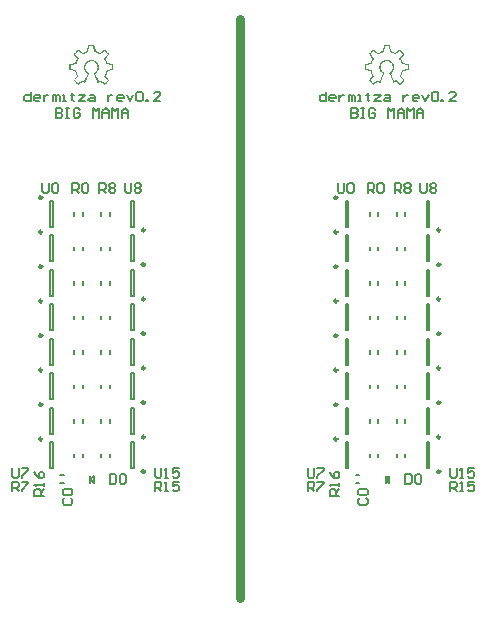
<source format=gto>
%FSLAX24Y24*%
%MOIN*%
G70*
G01*
G75*
%ADD10R,0.0433X0.0551*%
%ADD11R,0.0354X0.0276*%
%ADD12R,0.0335X0.0138*%
%ADD13R,0.0276X0.0354*%
%ADD14C,0.0100*%
%ADD15C,0.0300*%
%ADD16C,0.0250*%
%ADD17R,0.0591X0.0591*%
%ADD18C,0.0591*%
%ADD19C,0.1969*%
%ADD20C,0.0150*%
%ADD21C,0.0200*%
%ADD22C,0.0098*%
%ADD23C,0.0079*%
%ADD24C,0.0063*%
%ADD25C,0.0060*%
G36*
X15030Y48871D02*
X15032Y48868D01*
Y48866D01*
X15037Y48846D01*
Y48844D01*
X15040Y48839D01*
X15042Y48836D01*
Y48832D01*
X15069Y48678D01*
X15071Y48675D01*
X15074Y48673D01*
X15081Y48670D01*
X15201Y48617D01*
X15203D01*
X15206Y48614D01*
X15211D01*
X15218Y48617D01*
X15342Y48705D01*
X15345Y48707D01*
X15350Y48709D01*
X15352Y48712D01*
X15357Y48717D01*
X15369Y48724D01*
X15372Y48727D01*
X15374Y48729D01*
X15379D01*
X15384Y48724D01*
X15399Y48712D01*
X15408Y48700D01*
X15442Y48666D01*
X15457Y48653D01*
X15491Y48617D01*
X15503Y48607D01*
X15516Y48595D01*
X15518Y48590D01*
Y48585D01*
X15516Y48580D01*
X15506Y48565D01*
X15503Y48563D01*
X15501Y48558D01*
X15499Y48556D01*
X15496Y48551D01*
X15413Y48426D01*
X15411Y48424D01*
X15408Y48419D01*
Y48417D01*
Y48414D01*
X15464Y48285D01*
X15467Y48282D01*
X15472Y48280D01*
X15477Y48277D01*
X15623Y48248D01*
X15626D01*
X15633Y48246D01*
X15640D01*
X15655Y48241D01*
X15660D01*
X15662Y48238D01*
X15665Y48233D01*
Y48214D01*
Y48197D01*
Y48146D01*
Y48131D01*
Y48080D01*
Y48065D01*
Y48046D01*
Y48043D01*
X15660Y48041D01*
X15655Y48038D01*
X15640Y48033D01*
X15638D01*
X15633Y48031D01*
X15630D01*
X15626Y48028D01*
X15479Y48006D01*
X15477Y48004D01*
X15474Y47999D01*
Y47997D01*
X15472Y47994D01*
X15416Y47858D01*
X15413Y47853D01*
Y47850D01*
X15416Y47845D01*
X15496Y47728D01*
X15499Y47726D01*
X15501Y47718D01*
X15503Y47716D01*
X15506Y47711D01*
X15516Y47699D01*
X15518Y47696D01*
Y47692D01*
Y47689D01*
X15516Y47687D01*
X15503Y47672D01*
X15491Y47665D01*
X15455Y47626D01*
X15442Y47613D01*
X15408Y47579D01*
X15399Y47567D01*
X15384Y47555D01*
X15381Y47552D01*
X15377D01*
X15369Y47555D01*
X15357Y47562D01*
X15355Y47565D01*
X15350Y47570D01*
X15347Y47572D01*
X15342Y47574D01*
X15228Y47653D01*
X15225Y47655D01*
X15220D01*
X15215Y47653D01*
X15193Y47640D01*
X15191Y47638D01*
X15186Y47635D01*
X15184D01*
X15176Y47633D01*
X15154Y47618D01*
X15145D01*
X15142Y47621D01*
X15130Y47650D01*
Y47653D01*
X15128Y47657D01*
Y47660D01*
Y47665D01*
X15025Y47904D01*
Y47906D01*
X15023Y47911D01*
Y47914D01*
X15020Y47921D01*
X15013Y47936D01*
Y47938D01*
X15010Y47943D01*
X15013Y47945D01*
X15015Y47948D01*
X15032Y47958D01*
X15040Y47967D01*
X15042Y47970D01*
X15047Y47972D01*
X15054Y47977D01*
X15064Y47987D01*
X15086Y48009D01*
X15108Y48038D01*
X15110Y48041D01*
X15113Y48046D01*
X15118Y48055D01*
X15123Y48067D01*
X15128Y48082D01*
X15130Y48099D01*
X15135Y48119D01*
Y48138D01*
Y48141D01*
Y48146D01*
Y48153D01*
X15132Y48163D01*
X15128Y48190D01*
X15118Y48216D01*
Y48219D01*
X15115Y48224D01*
X15113Y48231D01*
X15108Y48238D01*
X15093Y48260D01*
X15074Y48282D01*
Y48285D01*
X15069Y48287D01*
X15057Y48299D01*
X15035Y48314D01*
X15010Y48326D01*
X15008D01*
X15003Y48329D01*
X14996Y48331D01*
X14986Y48336D01*
X14962Y48341D01*
X14932Y48343D01*
X14918D01*
X14905Y48341D01*
X14881Y48336D01*
X14852Y48326D01*
X14849D01*
X14847Y48324D01*
X14830Y48316D01*
X14808Y48302D01*
X14786Y48282D01*
X14781Y48277D01*
X14771Y48265D01*
X14757Y48243D01*
X14744Y48216D01*
Y48214D01*
X14742Y48209D01*
X14739Y48202D01*
X14737Y48192D01*
X14732Y48168D01*
X14730Y48138D01*
Y48136D01*
Y48129D01*
X14732Y48119D01*
Y48104D01*
X14739Y48072D01*
X14754Y48038D01*
X14757Y48036D01*
X14759Y48031D01*
X14764Y48024D01*
X14774Y48014D01*
X14793Y47989D01*
X14822Y47967D01*
X14825Y47965D01*
X14827Y47963D01*
X14830Y47960D01*
X14835Y47958D01*
X14849Y47948D01*
X14852D01*
Y47943D01*
X14854Y47941D01*
Y47936D01*
X14847Y47921D01*
X14844Y47919D01*
X14840Y47911D01*
Y47909D01*
X14837Y47904D01*
X14739Y47665D01*
X14737Y47662D01*
X14735Y47657D01*
Y47655D01*
X14732Y47650D01*
X14725Y47621D01*
X14722D01*
X14717Y47618D01*
X14713D01*
X14688Y47633D01*
X14686D01*
X14681Y47635D01*
X14678Y47638D01*
X14674Y47640D01*
X14652Y47653D01*
X14649Y47655D01*
X14639D01*
X14634Y47653D01*
X14520Y47574D01*
X14517Y47572D01*
X14512Y47567D01*
X14505Y47562D01*
X14493Y47555D01*
X14488Y47552D01*
X14486D01*
X14481Y47555D01*
X14471Y47567D01*
X14459Y47579D01*
X14422Y47613D01*
X14410Y47626D01*
X14371Y47665D01*
X14359Y47672D01*
X14349Y47687D01*
Y47689D01*
X14346Y47692D01*
Y47694D01*
Y47696D01*
X14349Y47699D01*
X14359Y47711D01*
Y47714D01*
X14361Y47718D01*
X14364Y47721D01*
X14368Y47728D01*
X14451Y47845D01*
Y47858D01*
X14395Y47994D01*
X14393Y47997D01*
X14388Y47999D01*
X14386Y48002D01*
X14383Y48006D01*
X14244Y48028D01*
X14241Y48031D01*
X14234D01*
X14232Y48033D01*
X14227D01*
X14207Y48038D01*
X14205D01*
X14202Y48041D01*
X14200Y48046D01*
Y48065D01*
Y48080D01*
Y48131D01*
Y48146D01*
Y48197D01*
Y48214D01*
Y48233D01*
Y48236D01*
Y48238D01*
X14202Y48241D01*
X14207D01*
X14227Y48246D01*
X14237D01*
X14241Y48248D01*
X14388Y48277D01*
X14393D01*
X14395Y48280D01*
X14398Y48285D01*
X14454Y48414D01*
Y48417D01*
Y48419D01*
Y48421D01*
Y48426D01*
X14366Y48551D01*
X14364Y48553D01*
X14361Y48558D01*
Y48561D01*
X14359Y48565D01*
X14346Y48580D01*
Y48583D01*
X14344Y48585D01*
X14346Y48587D01*
Y48595D01*
X14359Y48607D01*
X14371Y48617D01*
X14410Y48653D01*
X14422Y48666D01*
X14456Y48700D01*
X14469Y48712D01*
X14481Y48724D01*
X14483Y48727D01*
X14488D01*
X14493Y48724D01*
X14505Y48717D01*
X14508D01*
X14510Y48712D01*
X14520Y48705D01*
X14649Y48617D01*
X14652Y48614D01*
X14656D01*
X14661Y48617D01*
X14786Y48670D01*
X14791D01*
X14793Y48673D01*
Y48678D01*
X14825Y48832D01*
Y48846D01*
X14830Y48866D01*
Y48868D01*
X14832Y48871D01*
X14835Y48873D01*
X14837Y48875D01*
X15028D01*
X15030Y48871D01*
D02*
G37*
G36*
X24873D02*
X24876Y48868D01*
Y48866D01*
X24881Y48846D01*
Y48844D01*
X24883Y48839D01*
X24885Y48836D01*
Y48832D01*
X24912Y48678D01*
X24915Y48675D01*
X24917Y48673D01*
X24925Y48670D01*
X25044Y48617D01*
X25047D01*
X25049Y48614D01*
X25054D01*
X25061Y48617D01*
X25186Y48705D01*
X25188Y48707D01*
X25193Y48709D01*
X25195Y48712D01*
X25200Y48717D01*
X25213Y48724D01*
X25215Y48727D01*
X25217Y48729D01*
X25222D01*
X25227Y48724D01*
X25242Y48712D01*
X25252Y48700D01*
X25286Y48666D01*
X25300Y48653D01*
X25335Y48617D01*
X25347Y48607D01*
X25359Y48595D01*
X25361Y48590D01*
Y48585D01*
X25359Y48580D01*
X25349Y48565D01*
X25347Y48563D01*
X25344Y48558D01*
X25342Y48556D01*
X25339Y48551D01*
X25256Y48426D01*
X25254Y48424D01*
X25252Y48419D01*
Y48417D01*
Y48414D01*
X25308Y48285D01*
X25310Y48282D01*
X25315Y48280D01*
X25320Y48277D01*
X25466Y48248D01*
X25469D01*
X25476Y48246D01*
X25484D01*
X25498Y48241D01*
X25503D01*
X25505Y48238D01*
X25508Y48233D01*
Y48214D01*
Y48197D01*
Y48146D01*
Y48131D01*
Y48080D01*
Y48065D01*
Y48046D01*
Y48043D01*
X25503Y48041D01*
X25498Y48038D01*
X25484Y48033D01*
X25481D01*
X25476Y48031D01*
X25474D01*
X25469Y48028D01*
X25322Y48006D01*
X25320Y48004D01*
X25318Y47999D01*
Y47997D01*
X25315Y47994D01*
X25259Y47858D01*
X25256Y47853D01*
Y47850D01*
X25259Y47845D01*
X25339Y47728D01*
X25342Y47726D01*
X25344Y47718D01*
X25347Y47716D01*
X25349Y47711D01*
X25359Y47699D01*
X25361Y47696D01*
Y47692D01*
Y47689D01*
X25359Y47687D01*
X25347Y47672D01*
X25335Y47665D01*
X25298Y47626D01*
X25286Y47613D01*
X25252Y47579D01*
X25242Y47567D01*
X25227Y47555D01*
X25225Y47552D01*
X25220D01*
X25213Y47555D01*
X25200Y47562D01*
X25198Y47565D01*
X25193Y47570D01*
X25191Y47572D01*
X25186Y47574D01*
X25071Y47653D01*
X25069Y47655D01*
X25064D01*
X25059Y47653D01*
X25037Y47640D01*
X25034Y47638D01*
X25029Y47635D01*
X25027D01*
X25020Y47633D01*
X24998Y47618D01*
X24988D01*
X24986Y47621D01*
X24973Y47650D01*
Y47653D01*
X24971Y47657D01*
Y47660D01*
Y47665D01*
X24868Y47904D01*
Y47906D01*
X24866Y47911D01*
Y47914D01*
X24863Y47921D01*
X24856Y47936D01*
Y47938D01*
X24854Y47943D01*
X24856Y47945D01*
X24859Y47948D01*
X24876Y47958D01*
X24883Y47967D01*
X24885Y47970D01*
X24890Y47972D01*
X24898Y47977D01*
X24907Y47987D01*
X24929Y48009D01*
X24951Y48038D01*
X24954Y48041D01*
X24956Y48046D01*
X24961Y48055D01*
X24966Y48067D01*
X24971Y48082D01*
X24973Y48099D01*
X24978Y48119D01*
Y48138D01*
Y48141D01*
Y48146D01*
Y48153D01*
X24976Y48163D01*
X24971Y48190D01*
X24961Y48216D01*
Y48219D01*
X24959Y48224D01*
X24956Y48231D01*
X24951Y48238D01*
X24937Y48260D01*
X24917Y48282D01*
Y48285D01*
X24912Y48287D01*
X24900Y48299D01*
X24878Y48314D01*
X24854Y48326D01*
X24851D01*
X24846Y48329D01*
X24839Y48331D01*
X24829Y48336D01*
X24805Y48341D01*
X24776Y48343D01*
X24761D01*
X24749Y48341D01*
X24724Y48336D01*
X24695Y48326D01*
X24693D01*
X24690Y48324D01*
X24673Y48316D01*
X24651Y48302D01*
X24629Y48282D01*
X24624Y48277D01*
X24615Y48265D01*
X24600Y48243D01*
X24588Y48216D01*
Y48214D01*
X24585Y48209D01*
X24583Y48202D01*
X24580Y48192D01*
X24575Y48168D01*
X24573Y48138D01*
Y48136D01*
Y48129D01*
X24575Y48119D01*
Y48104D01*
X24583Y48072D01*
X24597Y48038D01*
X24600Y48036D01*
X24602Y48031D01*
X24607Y48024D01*
X24617Y48014D01*
X24636Y47989D01*
X24666Y47967D01*
X24668Y47965D01*
X24671Y47963D01*
X24673Y47960D01*
X24678Y47958D01*
X24693Y47948D01*
X24695D01*
Y47943D01*
X24697Y47941D01*
Y47936D01*
X24690Y47921D01*
X24688Y47919D01*
X24683Y47911D01*
Y47909D01*
X24680Y47904D01*
X24583Y47665D01*
X24580Y47662D01*
X24578Y47657D01*
Y47655D01*
X24575Y47650D01*
X24568Y47621D01*
X24566D01*
X24561Y47618D01*
X24556D01*
X24532Y47633D01*
X24529D01*
X24524Y47635D01*
X24522Y47638D01*
X24517Y47640D01*
X24495Y47653D01*
X24492Y47655D01*
X24483D01*
X24478Y47653D01*
X24363Y47574D01*
X24361Y47572D01*
X24356Y47567D01*
X24348Y47562D01*
X24336Y47555D01*
X24331Y47552D01*
X24329D01*
X24324Y47555D01*
X24314Y47567D01*
X24302Y47579D01*
X24265Y47613D01*
X24253Y47626D01*
X24214Y47665D01*
X24202Y47672D01*
X24192Y47687D01*
Y47689D01*
X24190Y47692D01*
Y47694D01*
Y47696D01*
X24192Y47699D01*
X24202Y47711D01*
Y47714D01*
X24204Y47718D01*
X24207Y47721D01*
X24212Y47728D01*
X24295Y47845D01*
Y47858D01*
X24239Y47994D01*
X24236Y47997D01*
X24231Y47999D01*
X24229Y48002D01*
X24226Y48006D01*
X24087Y48028D01*
X24085Y48031D01*
X24077D01*
X24075Y48033D01*
X24070D01*
X24051Y48038D01*
X24048D01*
X24046Y48041D01*
X24043Y48046D01*
Y48065D01*
Y48080D01*
Y48131D01*
Y48146D01*
Y48197D01*
Y48214D01*
Y48233D01*
Y48236D01*
Y48238D01*
X24046Y48241D01*
X24051D01*
X24070Y48246D01*
X24080D01*
X24085Y48248D01*
X24231Y48277D01*
X24236D01*
X24239Y48280D01*
X24241Y48285D01*
X24297Y48414D01*
Y48417D01*
Y48419D01*
Y48421D01*
Y48426D01*
X24209Y48551D01*
X24207Y48553D01*
X24204Y48558D01*
Y48561D01*
X24202Y48565D01*
X24190Y48580D01*
Y48583D01*
X24187Y48585D01*
X24190Y48587D01*
Y48595D01*
X24202Y48607D01*
X24214Y48617D01*
X24253Y48653D01*
X24265Y48666D01*
X24300Y48700D01*
X24312Y48712D01*
X24324Y48724D01*
X24326Y48727D01*
X24331D01*
X24336Y48724D01*
X24348Y48717D01*
X24351D01*
X24353Y48712D01*
X24363Y48705D01*
X24492Y48617D01*
X24495Y48614D01*
X24500D01*
X24505Y48617D01*
X24629Y48670D01*
X24634D01*
X24636Y48673D01*
Y48678D01*
X24668Y48832D01*
Y48846D01*
X24673Y48866D01*
Y48868D01*
X24676Y48871D01*
X24678Y48873D01*
X24680Y48875D01*
X24871D01*
X24873Y48871D01*
D02*
G37*
%LPC*%
G36*
X14998Y48836D02*
X14864D01*
X14830Y48639D01*
X14827D01*
X14822Y48636D01*
X14813Y48634D01*
X14800Y48631D01*
X14771Y48622D01*
X14737Y48609D01*
X14735D01*
X14730Y48607D01*
X14720Y48602D01*
X14710Y48597D01*
X14683Y48583D01*
X14654Y48565D01*
X14488Y48678D01*
X14442Y48631D01*
X14395Y48583D01*
X14505Y48421D01*
Y48419D01*
X14500Y48414D01*
X14495Y48407D01*
X14490Y48395D01*
X14473Y48368D01*
X14459Y48336D01*
Y48334D01*
X14456Y48329D01*
X14451Y48319D01*
X14449Y48307D01*
X14439Y48277D01*
X14429Y48241D01*
X14244Y48207D01*
Y48138D01*
Y48072D01*
X14425Y48038D01*
Y48036D01*
X14427Y48028D01*
X14429Y48019D01*
X14432Y48006D01*
X14442Y47975D01*
X14454Y47938D01*
Y47936D01*
X14456Y47931D01*
X14461Y47921D01*
X14466Y47909D01*
X14481Y47880D01*
X14500Y47850D01*
X14395Y47696D01*
X14442Y47650D01*
X14488Y47601D01*
X14642Y47704D01*
X14647Y47701D01*
X14659Y47692D01*
X14676Y47682D01*
X14696Y47672D01*
X14803Y47926D01*
X14800Y47928D01*
X14793Y47933D01*
X14783Y47941D01*
X14771Y47950D01*
X14759Y47963D01*
X14744Y47977D01*
X14717Y48014D01*
X14715Y48016D01*
X14713Y48024D01*
X14708Y48036D01*
X14703Y48050D01*
X14696Y48070D01*
X14691Y48089D01*
X14688Y48114D01*
X14686Y48138D01*
Y48141D01*
Y48148D01*
Y48158D01*
X14688Y48170D01*
X14693Y48199D01*
X14703Y48233D01*
Y48236D01*
X14708Y48241D01*
X14710Y48251D01*
X14717Y48260D01*
X14735Y48287D01*
X14757Y48312D01*
X14759Y48314D01*
X14764Y48316D01*
X14769Y48324D01*
X14779Y48331D01*
X14803Y48348D01*
X14835Y48365D01*
X14837D01*
X14842Y48368D01*
X14852Y48373D01*
X14864Y48377D01*
X14896Y48385D01*
X14932Y48387D01*
X14949D01*
X14962Y48385D01*
X14993Y48377D01*
X15025Y48365D01*
X15028D01*
X15032Y48363D01*
X15042Y48358D01*
X15052Y48351D01*
X15079Y48334D01*
X15106Y48312D01*
X15108Y48309D01*
X15110Y48307D01*
X15118Y48299D01*
X15125Y48290D01*
X15142Y48265D01*
X15159Y48233D01*
Y48231D01*
X15162Y48226D01*
X15167Y48216D01*
X15169Y48204D01*
X15176Y48175D01*
X15179Y48138D01*
Y48136D01*
Y48126D01*
X15176Y48114D01*
X15174Y48097D01*
X15172Y48077D01*
X15164Y48058D01*
X15157Y48036D01*
X15145Y48014D01*
X15142Y48011D01*
X15140Y48004D01*
X15132Y47994D01*
X15123Y47982D01*
X15110Y47970D01*
X15096Y47955D01*
X15059Y47926D01*
X15167Y47672D01*
X15169Y47674D01*
X15176Y47677D01*
X15186Y47682D01*
X15196Y47687D01*
X15198Y47689D01*
X15206Y47692D01*
X15215Y47696D01*
X15225Y47704D01*
X15374Y47601D01*
X15421Y47650D01*
X15467Y47696D01*
X15362Y47850D01*
X15364Y47853D01*
X15367Y47858D01*
X15372Y47865D01*
X15379Y47877D01*
X15394Y47904D01*
X15408Y47938D01*
Y47941D01*
X15411Y47945D01*
X15416Y47955D01*
X15421Y47970D01*
X15428Y48002D01*
X15438Y48038D01*
X15626Y48072D01*
Y48138D01*
Y48207D01*
X15438Y48241D01*
Y48243D01*
X15435Y48251D01*
X15433Y48260D01*
X15428Y48273D01*
X15418Y48302D01*
X15403Y48336D01*
Y48338D01*
X15401Y48343D01*
X15396Y48353D01*
X15391Y48363D01*
X15377Y48390D01*
X15357Y48421D01*
X15467Y48583D01*
X15421Y48631D01*
X15374Y48678D01*
X15213Y48565D01*
X15211D01*
X15206Y48570D01*
X15198Y48575D01*
X15186Y48580D01*
X15159Y48595D01*
X15128Y48609D01*
X15125D01*
X15120Y48612D01*
X15110Y48617D01*
X15098Y48622D01*
X15069Y48629D01*
X15032Y48639D01*
X14998Y48836D01*
D02*
G37*
G36*
X24842D02*
X24707D01*
X24673Y48639D01*
X24671D01*
X24666Y48636D01*
X24656Y48634D01*
X24644Y48631D01*
X24615Y48622D01*
X24580Y48609D01*
X24578D01*
X24573Y48607D01*
X24563Y48602D01*
X24553Y48597D01*
X24527Y48583D01*
X24497Y48565D01*
X24331Y48678D01*
X24285Y48631D01*
X24239Y48583D01*
X24348Y48421D01*
Y48419D01*
X24344Y48414D01*
X24339Y48407D01*
X24334Y48395D01*
X24317Y48368D01*
X24302Y48336D01*
Y48334D01*
X24300Y48329D01*
X24295Y48319D01*
X24292Y48307D01*
X24283Y48277D01*
X24273Y48241D01*
X24087Y48207D01*
Y48138D01*
Y48072D01*
X24268Y48038D01*
Y48036D01*
X24270Y48028D01*
X24273Y48019D01*
X24275Y48006D01*
X24285Y47975D01*
X24297Y47938D01*
Y47936D01*
X24300Y47931D01*
X24304Y47921D01*
X24309Y47909D01*
X24324Y47880D01*
X24344Y47850D01*
X24239Y47696D01*
X24285Y47650D01*
X24331Y47601D01*
X24485Y47704D01*
X24490Y47701D01*
X24502Y47692D01*
X24519Y47682D01*
X24539Y47672D01*
X24646Y47926D01*
X24644Y47928D01*
X24636Y47933D01*
X24627Y47941D01*
X24615Y47950D01*
X24602Y47963D01*
X24588Y47977D01*
X24561Y48014D01*
X24558Y48016D01*
X24556Y48024D01*
X24551Y48036D01*
X24546Y48050D01*
X24539Y48070D01*
X24534Y48089D01*
X24532Y48114D01*
X24529Y48138D01*
Y48141D01*
Y48148D01*
Y48158D01*
X24532Y48170D01*
X24536Y48199D01*
X24546Y48233D01*
Y48236D01*
X24551Y48241D01*
X24553Y48251D01*
X24561Y48260D01*
X24578Y48287D01*
X24600Y48312D01*
X24602Y48314D01*
X24607Y48316D01*
X24612Y48324D01*
X24622Y48331D01*
X24646Y48348D01*
X24678Y48365D01*
X24680D01*
X24685Y48368D01*
X24695Y48373D01*
X24707Y48377D01*
X24739Y48385D01*
X24776Y48387D01*
X24793D01*
X24805Y48385D01*
X24837Y48377D01*
X24868Y48365D01*
X24871D01*
X24876Y48363D01*
X24885Y48358D01*
X24895Y48351D01*
X24922Y48334D01*
X24949Y48312D01*
X24951Y48309D01*
X24954Y48307D01*
X24961Y48299D01*
X24968Y48290D01*
X24986Y48265D01*
X25003Y48233D01*
Y48231D01*
X25005Y48226D01*
X25010Y48216D01*
X25012Y48204D01*
X25020Y48175D01*
X25022Y48138D01*
Y48136D01*
Y48126D01*
X25020Y48114D01*
X25017Y48097D01*
X25015Y48077D01*
X25008Y48058D01*
X25000Y48036D01*
X24988Y48014D01*
X24986Y48011D01*
X24983Y48004D01*
X24976Y47994D01*
X24966Y47982D01*
X24954Y47970D01*
X24939Y47955D01*
X24903Y47926D01*
X25010Y47672D01*
X25012Y47674D01*
X25020Y47677D01*
X25029Y47682D01*
X25039Y47687D01*
X25042Y47689D01*
X25049Y47692D01*
X25059Y47696D01*
X25069Y47704D01*
X25217Y47601D01*
X25264Y47650D01*
X25310Y47696D01*
X25205Y47850D01*
X25208Y47853D01*
X25210Y47858D01*
X25215Y47865D01*
X25222Y47877D01*
X25237Y47904D01*
X25252Y47938D01*
Y47941D01*
X25254Y47945D01*
X25259Y47955D01*
X25264Y47970D01*
X25271Y48002D01*
X25281Y48038D01*
X25469Y48072D01*
Y48138D01*
Y48207D01*
X25281Y48241D01*
Y48243D01*
X25278Y48251D01*
X25276Y48260D01*
X25271Y48273D01*
X25261Y48302D01*
X25247Y48336D01*
Y48338D01*
X25244Y48343D01*
X25239Y48353D01*
X25235Y48363D01*
X25220Y48390D01*
X25200Y48421D01*
X25310Y48583D01*
X25264Y48631D01*
X25217Y48678D01*
X25056Y48565D01*
X25054D01*
X25049Y48570D01*
X25042Y48575D01*
X25029Y48580D01*
X25003Y48595D01*
X24971Y48609D01*
X24968D01*
X24964Y48612D01*
X24954Y48617D01*
X24942Y48622D01*
X24912Y48629D01*
X24876Y48639D01*
X24842Y48836D01*
D02*
G37*
%LPD*%
D15*
X19893Y30450D02*
Y49750D01*
D22*
X23128Y43791D02*
G03*
X23128Y43791I-49J0D01*
G01*
Y42641D02*
G03*
X23128Y42641I-49J0D01*
G01*
Y41491D02*
G03*
X23128Y41491I-49J0D01*
G01*
Y40341D02*
G03*
X23128Y40341I-49J0D01*
G01*
Y39191D02*
G03*
X23128Y39191I-49J0D01*
G01*
Y38041D02*
G03*
X23128Y38041I-49J0D01*
G01*
Y36891D02*
G03*
X23128Y36891I-49J0D01*
G01*
Y35741D02*
G03*
X23128Y35741I-49J0D01*
G01*
X26557Y42709D02*
G03*
X26557Y42709I-49J0D01*
G01*
Y41559D02*
G03*
X26557Y41559I-49J0D01*
G01*
Y40409D02*
G03*
X26557Y40409I-49J0D01*
G01*
Y39259D02*
G03*
X26557Y39259I-49J0D01*
G01*
Y38109D02*
G03*
X26557Y38109I-49J0D01*
G01*
Y36959D02*
G03*
X26557Y36959I-49J0D01*
G01*
Y35809D02*
G03*
X26557Y35809I-49J0D01*
G01*
Y34659D02*
G03*
X26557Y34659I-49J0D01*
G01*
X13285Y43791D02*
G03*
X13285Y43791I-49J0D01*
G01*
Y42641D02*
G03*
X13285Y42641I-49J0D01*
G01*
Y41491D02*
G03*
X13285Y41491I-49J0D01*
G01*
Y40341D02*
G03*
X13285Y40341I-49J0D01*
G01*
Y39191D02*
G03*
X13285Y39191I-49J0D01*
G01*
Y38041D02*
G03*
X13285Y38041I-49J0D01*
G01*
Y36891D02*
G03*
X13285Y36891I-49J0D01*
G01*
Y35741D02*
G03*
X13285Y35741I-49J0D01*
G01*
X16713Y42709D02*
G03*
X16713Y42709I-49J0D01*
G01*
Y41559D02*
G03*
X16713Y41559I-49J0D01*
G01*
Y40409D02*
G03*
X16713Y40409I-49J0D01*
G01*
Y39259D02*
G03*
X16713Y39259I-49J0D01*
G01*
Y38109D02*
G03*
X16713Y38109I-49J0D01*
G01*
Y36959D02*
G03*
X16713Y36959I-49J0D01*
G01*
Y35809D02*
G03*
X16713Y35809I-49J0D01*
G01*
Y34659D02*
G03*
X16713Y34659I-49J0D01*
G01*
D23*
X24481Y43191D02*
Y43309D01*
X24206Y43191D02*
Y43309D01*
X24481Y42041D02*
Y42159D01*
X24206Y42041D02*
Y42159D01*
X24481Y40891D02*
Y41009D01*
X24206Y40891D02*
Y41009D01*
X24481Y39741D02*
Y39859D01*
X24206Y39741D02*
Y39859D01*
X24481Y38591D02*
Y38709D01*
X24206Y38591D02*
Y38709D01*
X24481Y37441D02*
Y37559D01*
X24206Y37441D02*
Y37559D01*
X24481Y36291D02*
Y36409D01*
X24206Y36291D02*
Y36409D01*
X24481Y35141D02*
Y35259D01*
X24206Y35141D02*
Y35259D01*
X25106Y43191D02*
Y43309D01*
X25381Y43191D02*
Y43309D01*
X25106Y42041D02*
Y42159D01*
X25381Y42041D02*
Y42159D01*
X25106Y40891D02*
Y41009D01*
X25381Y40891D02*
Y41009D01*
X25106Y39741D02*
Y39859D01*
X25381Y39741D02*
Y39859D01*
X25106Y38591D02*
Y38709D01*
X25381Y38591D02*
Y38709D01*
X25106Y37441D02*
Y37559D01*
X25381Y37441D02*
Y37559D01*
X25106Y36291D02*
Y36409D01*
X25381Y36291D02*
Y36409D01*
X25106Y35141D02*
Y35259D01*
X25381Y35141D02*
Y35259D01*
X23404Y43683D02*
X23483D01*
X23404Y42817D02*
X23483D01*
X23404D02*
Y43683D01*
X23483Y42817D02*
Y43683D01*
X23404Y42533D02*
X23483D01*
X23404Y41667D02*
X23483D01*
X23404D02*
Y42533D01*
X23483Y41667D02*
Y42533D01*
X23404Y41383D02*
X23483D01*
X23404Y40517D02*
X23483D01*
X23404D02*
Y41383D01*
X23483Y40517D02*
Y41383D01*
X23404Y40233D02*
X23483D01*
X23404Y39367D02*
X23483D01*
X23404D02*
Y40233D01*
X23483Y39367D02*
Y40233D01*
X23404Y39083D02*
X23483D01*
X23404Y38217D02*
X23483D01*
X23404D02*
Y39083D01*
X23483Y38217D02*
Y39083D01*
X23404Y37933D02*
X23483D01*
X23404Y37067D02*
X23483D01*
X23404D02*
Y37933D01*
X23483Y37067D02*
Y37933D01*
X23404Y36783D02*
X23483D01*
X23404Y35917D02*
X23483D01*
X23404D02*
Y36783D01*
X23483Y35917D02*
Y36783D01*
X23404Y35633D02*
X23483D01*
X23404Y34767D02*
X23483D01*
X23404D02*
Y35633D01*
X23483Y34767D02*
Y35633D01*
X26104Y42817D02*
X26183D01*
X26104Y43683D02*
X26183D01*
Y42817D02*
Y43683D01*
X26104Y42817D02*
Y43683D01*
Y41667D02*
X26183D01*
X26104Y42533D02*
X26183D01*
Y41667D02*
Y42533D01*
X26104Y41667D02*
Y42533D01*
Y40517D02*
X26183D01*
X26104Y41383D02*
X26183D01*
Y40517D02*
Y41383D01*
X26104Y40517D02*
Y41383D01*
Y39367D02*
X26183D01*
X26104Y40233D02*
X26183D01*
Y39367D02*
Y40233D01*
X26104Y39367D02*
Y40233D01*
Y38217D02*
X26183D01*
X26104Y39083D02*
X26183D01*
Y38217D02*
Y39083D01*
X26104Y38217D02*
Y39083D01*
Y37067D02*
X26183D01*
X26104Y37933D02*
X26183D01*
Y37067D02*
Y37933D01*
X26104Y37067D02*
Y37933D01*
Y35917D02*
X26183D01*
X26104Y36783D02*
X26183D01*
Y35917D02*
Y36783D01*
X26104Y35917D02*
Y36783D01*
Y34767D02*
X26183D01*
X26104Y35633D02*
X26183D01*
Y34767D02*
Y35633D01*
X26104Y34767D02*
Y35633D01*
X23734Y34262D02*
X23852D01*
X23734Y34538D02*
X23852D01*
X14638Y43191D02*
Y43309D01*
X14362Y43191D02*
Y43309D01*
X14638Y42041D02*
Y42159D01*
X14362Y42041D02*
Y42159D01*
X14638Y40891D02*
Y41009D01*
X14362Y40891D02*
Y41009D01*
X14638Y39741D02*
Y39859D01*
X14362Y39741D02*
Y39859D01*
X14638Y38591D02*
Y38709D01*
X14362Y38591D02*
Y38709D01*
X14638Y37441D02*
Y37559D01*
X14362Y37441D02*
Y37559D01*
X14638Y36291D02*
Y36409D01*
X14362Y36291D02*
Y36409D01*
X14638Y35141D02*
Y35259D01*
X14362Y35141D02*
Y35259D01*
X15262Y43191D02*
Y43309D01*
X15538Y43191D02*
Y43309D01*
X15262Y42041D02*
Y42159D01*
X15538Y42041D02*
Y42159D01*
X15262Y40891D02*
Y41009D01*
X15538Y40891D02*
Y41009D01*
X15262Y39741D02*
Y39859D01*
X15538Y39741D02*
Y39859D01*
X15262Y38591D02*
Y38709D01*
X15538Y38591D02*
Y38709D01*
X15262Y37441D02*
Y37559D01*
X15538Y37441D02*
Y37559D01*
X15262Y36291D02*
Y36409D01*
X15538Y36291D02*
Y36409D01*
X15262Y35141D02*
Y35259D01*
X15538Y35141D02*
Y35259D01*
X13561Y43683D02*
X13639D01*
X13561Y42817D02*
X13639D01*
X13561D02*
Y43683D01*
X13639Y42817D02*
Y43683D01*
X13561Y42533D02*
X13639D01*
X13561Y41667D02*
X13639D01*
X13561D02*
Y42533D01*
X13639Y41667D02*
Y42533D01*
X13561Y41383D02*
X13639D01*
X13561Y40517D02*
X13639D01*
X13561D02*
Y41383D01*
X13639Y40517D02*
Y41383D01*
X13561Y40233D02*
X13639D01*
X13561Y39367D02*
X13639D01*
X13561D02*
Y40233D01*
X13639Y39367D02*
Y40233D01*
X13561Y39083D02*
X13639D01*
X13561Y38217D02*
X13639D01*
X13561D02*
Y39083D01*
X13639Y38217D02*
Y39083D01*
X13561Y37933D02*
X13639D01*
X13561Y37067D02*
X13639D01*
X13561D02*
Y37933D01*
X13639Y37067D02*
Y37933D01*
X13561Y36783D02*
X13639D01*
X13561Y35917D02*
X13639D01*
X13561D02*
Y36783D01*
X13639Y35917D02*
Y36783D01*
X13561Y35633D02*
X13639D01*
X13561Y34767D02*
X13639D01*
X13561D02*
Y35633D01*
X13639Y34767D02*
Y35633D01*
X16261Y42817D02*
X16339D01*
X16261Y43683D02*
X16339D01*
Y42817D02*
Y43683D01*
X16261Y42817D02*
Y43683D01*
Y41667D02*
X16339D01*
X16261Y42533D02*
X16339D01*
Y41667D02*
Y42533D01*
X16261Y41667D02*
Y42533D01*
Y40517D02*
X16339D01*
X16261Y41383D02*
X16339D01*
Y40517D02*
Y41383D01*
X16261Y40517D02*
Y41383D01*
Y39367D02*
X16339D01*
X16261Y40233D02*
X16339D01*
Y39367D02*
Y40233D01*
X16261Y39367D02*
Y40233D01*
Y38217D02*
X16339D01*
X16261Y39083D02*
X16339D01*
Y38217D02*
Y39083D01*
X16261Y38217D02*
Y39083D01*
Y37067D02*
X16339D01*
X16261Y37933D02*
X16339D01*
Y37067D02*
Y37933D01*
X16261Y37067D02*
Y37933D01*
Y35917D02*
X16339D01*
X16261Y36783D02*
X16339D01*
Y35917D02*
Y36783D01*
X16261Y35917D02*
Y36783D01*
Y34767D02*
X16339D01*
X16261Y35633D02*
X16339D01*
Y34767D02*
Y35633D01*
X16261Y34767D02*
Y35633D01*
X13891Y34262D02*
X14009D01*
X13891Y34538D02*
X14009D01*
D24*
X24734Y34400D02*
X24852Y34518D01*
X24734Y34400D02*
X24852Y34282D01*
Y34518D01*
X24734Y34282D02*
Y34518D01*
X14891Y34400D02*
X15009Y34518D01*
X14891Y34400D02*
X15009Y34282D01*
Y34518D01*
X14891Y34282D02*
Y34518D01*
D25*
X23877Y33763D02*
X23823Y33710D01*
Y33603D01*
X23877Y33550D01*
X24090D01*
X24143Y33603D01*
Y33710D01*
X24090Y33763D01*
X23877Y33870D02*
X23823Y33923D01*
Y34030D01*
X23877Y34083D01*
X24090D01*
X24143Y34030D01*
Y33923D01*
X24090Y33870D01*
X23877D01*
X24143Y43950D02*
Y44270D01*
X24303D01*
X24357Y44217D01*
Y44110D01*
X24303Y44057D01*
X24143D01*
X24250D02*
X24357Y43950D01*
X24463Y44217D02*
X24517Y44270D01*
X24623D01*
X24676Y44217D01*
Y44003D01*
X24623Y43950D01*
X24517D01*
X24463Y44003D01*
Y44217D01*
X22143Y34000D02*
Y34320D01*
X22303D01*
X22357Y34267D01*
Y34160D01*
X22303Y34107D01*
X22143D01*
X22250D02*
X22357Y34000D01*
X22463Y34320D02*
X22676D01*
Y34267D01*
X22463Y34053D01*
Y34000D01*
X25043Y43950D02*
Y44270D01*
X25203D01*
X25257Y44217D01*
Y44110D01*
X25203Y44057D01*
X25043D01*
X25150D02*
X25257Y43950D01*
X25363Y44217D02*
X25417Y44270D01*
X25523D01*
X25576Y44217D01*
Y44163D01*
X25523Y44110D01*
X25576Y44057D01*
Y44003D01*
X25523Y43950D01*
X25417D01*
X25363Y44003D01*
Y44057D01*
X25417Y44110D01*
X25363Y44163D01*
Y44217D01*
X25417Y44110D02*
X25523D01*
X26893Y34000D02*
Y34320D01*
X27053D01*
X27107Y34267D01*
Y34160D01*
X27053Y34107D01*
X26893D01*
X27000D02*
X27107Y34000D01*
X27213D02*
X27320D01*
X27267D01*
Y34320D01*
X27213Y34267D01*
X27693Y34320D02*
X27480D01*
Y34160D01*
X27586Y34213D01*
X27640D01*
X27693Y34160D01*
Y34053D01*
X27640Y34000D01*
X27533D01*
X27480Y34053D01*
X23143Y44270D02*
Y44003D01*
X23197Y43950D01*
X23303D01*
X23357Y44003D01*
Y44270D01*
X23463Y44217D02*
X23517Y44270D01*
X23623D01*
X23676Y44217D01*
Y44003D01*
X23623Y43950D01*
X23517D01*
X23463Y44003D01*
Y44217D01*
X22143Y34770D02*
Y34503D01*
X22197Y34450D01*
X22303D01*
X22357Y34503D01*
Y34770D01*
X22463D02*
X22676D01*
Y34717D01*
X22463Y34503D01*
Y34450D01*
X25893Y44270D02*
Y44003D01*
X25947Y43950D01*
X26053D01*
X26107Y44003D01*
Y44270D01*
X26213Y44217D02*
X26267Y44270D01*
X26373D01*
X26426Y44217D01*
Y44163D01*
X26373Y44110D01*
X26426Y44057D01*
Y44003D01*
X26373Y43950D01*
X26267D01*
X26213Y44003D01*
Y44057D01*
X26267Y44110D01*
X26213Y44163D01*
Y44217D01*
X26267Y44110D02*
X26373D01*
X26893Y34770D02*
Y34503D01*
X26947Y34450D01*
X27053D01*
X27107Y34503D01*
Y34770D01*
X27213Y34450D02*
X27320D01*
X27267D01*
Y34770D01*
X27213Y34717D01*
X27693Y34770D02*
X27480D01*
Y34610D01*
X27586Y34663D01*
X27640D01*
X27693Y34610D01*
Y34503D01*
X27640Y34450D01*
X27533D01*
X27480Y34503D01*
X25393Y34570D02*
Y34250D01*
X25553D01*
X25607Y34303D01*
Y34517D01*
X25553Y34570D01*
X25393D01*
X25713Y34517D02*
X25767Y34570D01*
X25873D01*
X25926Y34517D01*
Y34303D01*
X25873Y34250D01*
X25767D01*
X25713Y34303D01*
Y34517D01*
X23193Y33850D02*
X22873D01*
Y34010D01*
X22927Y34063D01*
X23033D01*
X23087Y34010D01*
Y33850D01*
Y33957D02*
X23193Y34063D01*
Y34170D02*
Y34277D01*
Y34223D01*
X22873D01*
X22927Y34170D01*
X22873Y34650D02*
X22927Y34543D01*
X23033Y34436D01*
X23140D01*
X23193Y34490D01*
Y34596D01*
X23140Y34650D01*
X23087D01*
X23033Y34596D01*
Y34436D01*
X22757Y47320D02*
Y47000D01*
X22597D01*
X22543Y47053D01*
Y47160D01*
X22597Y47213D01*
X22757D01*
X23023Y47000D02*
X22917D01*
X22863Y47053D01*
Y47160D01*
X22917Y47213D01*
X23023D01*
X23076Y47160D01*
Y47107D01*
X22863D01*
X23183Y47213D02*
Y47000D01*
Y47107D01*
X23236Y47160D01*
X23290Y47213D01*
X23343D01*
X23503Y47000D02*
Y47213D01*
X23556D01*
X23610Y47160D01*
Y47000D01*
Y47160D01*
X23663Y47213D01*
X23716Y47160D01*
Y47000D01*
X23823D02*
X23930D01*
X23876D01*
Y47213D01*
X23823D01*
X24143Y47267D02*
Y47213D01*
X24089D01*
X24196D01*
X24143D01*
Y47053D01*
X24196Y47000D01*
X24356Y47213D02*
X24569D01*
X24356Y47000D01*
X24569D01*
X24729Y47213D02*
X24836D01*
X24889Y47160D01*
Y47000D01*
X24729D01*
X24676Y47053D01*
X24729Y47107D01*
X24889D01*
X25316Y47213D02*
Y47000D01*
Y47107D01*
X25369Y47160D01*
X25422Y47213D01*
X25476D01*
X25796Y47000D02*
X25689D01*
X25636Y47053D01*
Y47160D01*
X25689Y47213D01*
X25796D01*
X25849Y47160D01*
Y47107D01*
X25636D01*
X25956Y47213D02*
X26062Y47000D01*
X26169Y47213D01*
X26275Y47267D02*
X26329Y47320D01*
X26435D01*
X26489Y47267D01*
Y47053D01*
X26435Y47000D01*
X26329D01*
X26275Y47053D01*
Y47267D01*
X26595Y47000D02*
Y47053D01*
X26649D01*
Y47000D01*
X26595D01*
X27075D02*
X26862D01*
X27075Y47213D01*
Y47267D01*
X27022Y47320D01*
X26915D01*
X26862Y47267D01*
X23593Y46770D02*
Y46450D01*
X23753D01*
X23807Y46503D01*
Y46557D01*
X23753Y46610D01*
X23593D01*
X23753D01*
X23807Y46663D01*
Y46717D01*
X23753Y46770D01*
X23593D01*
X23913D02*
X24020D01*
X23967D01*
Y46450D01*
X23913D01*
X24020D01*
X24393Y46717D02*
X24340Y46770D01*
X24233D01*
X24180Y46717D01*
Y46503D01*
X24233Y46450D01*
X24340D01*
X24393Y46503D01*
Y46610D01*
X24286D01*
X24820Y46450D02*
Y46770D01*
X24926Y46663D01*
X25033Y46770D01*
Y46450D01*
X25139D02*
Y46663D01*
X25246Y46770D01*
X25353Y46663D01*
Y46450D01*
Y46610D01*
X25139D01*
X25459Y46450D02*
Y46770D01*
X25566Y46663D01*
X25673Y46770D01*
Y46450D01*
X25779D02*
Y46663D01*
X25886Y46770D01*
X25993Y46663D01*
Y46450D01*
Y46610D01*
X25779D01*
X14033Y33763D02*
X13980Y33710D01*
Y33603D01*
X14033Y33550D01*
X14247D01*
X14300Y33603D01*
Y33710D01*
X14247Y33763D01*
X14033Y33870D02*
X13980Y33923D01*
Y34030D01*
X14033Y34083D01*
X14247D01*
X14300Y34030D01*
Y33923D01*
X14247Y33870D01*
X14033D01*
X14300Y43950D02*
Y44270D01*
X14460D01*
X14513Y44217D01*
Y44110D01*
X14460Y44057D01*
X14300D01*
X14407D02*
X14513Y43950D01*
X14620Y44217D02*
X14673Y44270D01*
X14780D01*
X14833Y44217D01*
Y44003D01*
X14780Y43950D01*
X14673D01*
X14620Y44003D01*
Y44217D01*
X12300Y34000D02*
Y34320D01*
X12460D01*
X12513Y34267D01*
Y34160D01*
X12460Y34107D01*
X12300D01*
X12407D02*
X12513Y34000D01*
X12620Y34320D02*
X12833D01*
Y34267D01*
X12620Y34053D01*
Y34000D01*
X15200Y43950D02*
Y44270D01*
X15360D01*
X15413Y44217D01*
Y44110D01*
X15360Y44057D01*
X15200D01*
X15307D02*
X15413Y43950D01*
X15520Y44217D02*
X15573Y44270D01*
X15680D01*
X15733Y44217D01*
Y44163D01*
X15680Y44110D01*
X15733Y44057D01*
Y44003D01*
X15680Y43950D01*
X15573D01*
X15520Y44003D01*
Y44057D01*
X15573Y44110D01*
X15520Y44163D01*
Y44217D01*
X15573Y44110D02*
X15680D01*
X17050Y34000D02*
Y34320D01*
X17210D01*
X17263Y34267D01*
Y34160D01*
X17210Y34107D01*
X17050D01*
X17157D02*
X17263Y34000D01*
X17370D02*
X17477D01*
X17423D01*
Y34320D01*
X17370Y34267D01*
X17850Y34320D02*
X17636D01*
Y34160D01*
X17743Y34213D01*
X17796D01*
X17850Y34160D01*
Y34053D01*
X17796Y34000D01*
X17690D01*
X17636Y34053D01*
X13300Y44270D02*
Y44003D01*
X13353Y43950D01*
X13460D01*
X13513Y44003D01*
Y44270D01*
X13620Y44217D02*
X13673Y44270D01*
X13780D01*
X13833Y44217D01*
Y44003D01*
X13780Y43950D01*
X13673D01*
X13620Y44003D01*
Y44217D01*
X12300Y34770D02*
Y34503D01*
X12353Y34450D01*
X12460D01*
X12513Y34503D01*
Y34770D01*
X12620D02*
X12833D01*
Y34717D01*
X12620Y34503D01*
Y34450D01*
X16050Y44270D02*
Y44003D01*
X16103Y43950D01*
X16210D01*
X16263Y44003D01*
Y44270D01*
X16370Y44217D02*
X16423Y44270D01*
X16530D01*
X16583Y44217D01*
Y44163D01*
X16530Y44110D01*
X16583Y44057D01*
Y44003D01*
X16530Y43950D01*
X16423D01*
X16370Y44003D01*
Y44057D01*
X16423Y44110D01*
X16370Y44163D01*
Y44217D01*
X16423Y44110D02*
X16530D01*
X17050Y34770D02*
Y34503D01*
X17103Y34450D01*
X17210D01*
X17263Y34503D01*
Y34770D01*
X17370Y34450D02*
X17477D01*
X17423D01*
Y34770D01*
X17370Y34717D01*
X17850Y34770D02*
X17636D01*
Y34610D01*
X17743Y34663D01*
X17796D01*
X17850Y34610D01*
Y34503D01*
X17796Y34450D01*
X17690D01*
X17636Y34503D01*
X15550Y34570D02*
Y34250D01*
X15710D01*
X15763Y34303D01*
Y34517D01*
X15710Y34570D01*
X15550D01*
X15870Y34517D02*
X15923Y34570D01*
X16030D01*
X16083Y34517D01*
Y34303D01*
X16030Y34250D01*
X15923D01*
X15870Y34303D01*
Y34517D01*
X13350Y33850D02*
X13030D01*
Y34010D01*
X13083Y34063D01*
X13190D01*
X13243Y34010D01*
Y33850D01*
Y33957D02*
X13350Y34063D01*
Y34170D02*
Y34277D01*
Y34223D01*
X13030D01*
X13083Y34170D01*
X13030Y34650D02*
X13083Y34543D01*
X13190Y34436D01*
X13297D01*
X13350Y34490D01*
Y34596D01*
X13297Y34650D01*
X13243D01*
X13190Y34596D01*
Y34436D01*
X12913Y47320D02*
Y47000D01*
X12753D01*
X12700Y47053D01*
Y47160D01*
X12753Y47213D01*
X12913D01*
X13180Y47000D02*
X13073D01*
X13020Y47053D01*
Y47160D01*
X13073Y47213D01*
X13180D01*
X13233Y47160D01*
Y47107D01*
X13020D01*
X13340Y47213D02*
Y47000D01*
Y47107D01*
X13393Y47160D01*
X13446Y47213D01*
X13500D01*
X13660Y47000D02*
Y47213D01*
X13713D01*
X13766Y47160D01*
Y47000D01*
Y47160D01*
X13820Y47213D01*
X13873Y47160D01*
Y47000D01*
X13980D02*
X14086D01*
X14033D01*
Y47213D01*
X13980D01*
X14299Y47267D02*
Y47213D01*
X14246D01*
X14353D01*
X14299D01*
Y47053D01*
X14353Y47000D01*
X14513Y47213D02*
X14726D01*
X14513Y47000D01*
X14726D01*
X14886Y47213D02*
X14993D01*
X15046Y47160D01*
Y47000D01*
X14886D01*
X14833Y47053D01*
X14886Y47107D01*
X15046D01*
X15472Y47213D02*
Y47000D01*
Y47107D01*
X15526Y47160D01*
X15579Y47213D01*
X15632D01*
X15952Y47000D02*
X15846D01*
X15792Y47053D01*
Y47160D01*
X15846Y47213D01*
X15952D01*
X16006Y47160D01*
Y47107D01*
X15792D01*
X16112Y47213D02*
X16219Y47000D01*
X16326Y47213D01*
X16432Y47267D02*
X16485Y47320D01*
X16592D01*
X16645Y47267D01*
Y47053D01*
X16592Y47000D01*
X16485D01*
X16432Y47053D01*
Y47267D01*
X16752Y47000D02*
Y47053D01*
X16805D01*
Y47000D01*
X16752D01*
X17232D02*
X17019D01*
X17232Y47213D01*
Y47267D01*
X17179Y47320D01*
X17072D01*
X17019Y47267D01*
X13750Y46770D02*
Y46450D01*
X13910D01*
X13963Y46503D01*
Y46557D01*
X13910Y46610D01*
X13750D01*
X13910D01*
X13963Y46663D01*
Y46717D01*
X13910Y46770D01*
X13750D01*
X14070D02*
X14177D01*
X14123D01*
Y46450D01*
X14070D01*
X14177D01*
X14550Y46717D02*
X14496Y46770D01*
X14390D01*
X14336Y46717D01*
Y46503D01*
X14390Y46450D01*
X14496D01*
X14550Y46503D01*
Y46610D01*
X14443D01*
X14976Y46450D02*
Y46770D01*
X15083Y46663D01*
X15190Y46770D01*
Y46450D01*
X15296D02*
Y46663D01*
X15403Y46770D01*
X15509Y46663D01*
Y46450D01*
Y46610D01*
X15296D01*
X15616Y46450D02*
Y46770D01*
X15723Y46663D01*
X15829Y46770D01*
Y46450D01*
X15936D02*
Y46663D01*
X16043Y46770D01*
X16149Y46663D01*
Y46450D01*
Y46610D01*
X15936D01*
M02*

</source>
